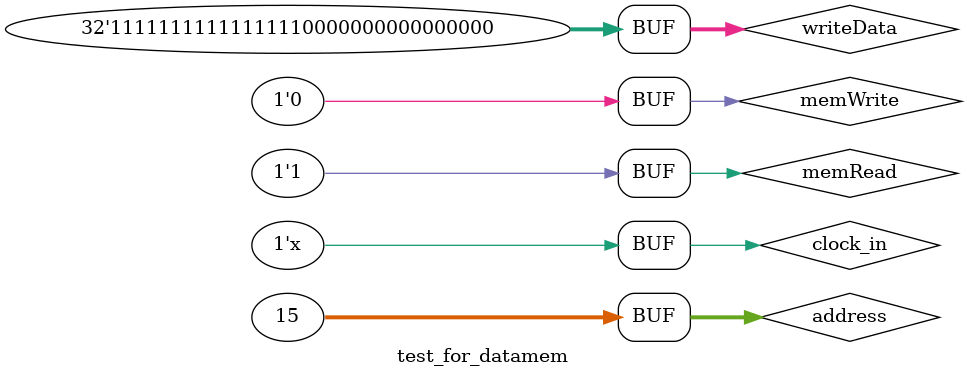
<source format=v>
`timescale 1ns / 1ps


module test_for_datamem;

	// Inputs
	reg clock_in;
	reg [31:0] writeData;
	reg [31:0] address;
	reg memRead;
	reg memWrite;

	// Outputs
	wire [31:0] readData;

	// Instantiate the Unit Under Test (UUT)
	data_memory uut (
		.clock_in(clock_in), 
		.writeData(writeData), 
		.address(address), 
		.memRead(memRead), 
		.memWrite(memWrite), 
		.readData(readData)
	);

	initial begin
		// Initialize Inputs
		clock_in = 0;
		writeData = 0;
		address = 0;
		memRead = 0;
		memWrite = 0;

		// Wait 100 ns for global reset to finish
		#185;
		memWrite = 1'b1;
		address = 32'b00000000000000000000000000001111;
		writeData = 32'b11111111111111110000000000000000;
		memRead=0;
		#250;
		memRead = 1'b1;
		memWrite = 1'b0;
        
		// Add stimulus here

	end
	always 
		begin
		    #100;
			 clock_in = ~clock_in;
		end;
      
endmodule


</source>
